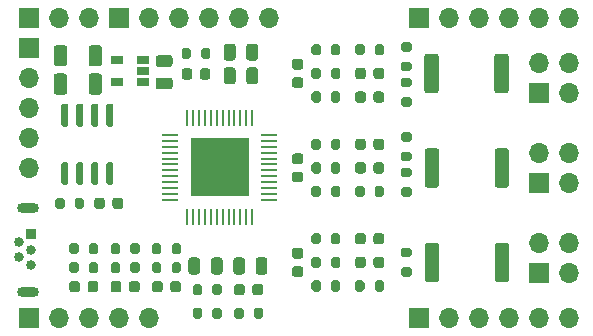
<source format=gbs>
G04 #@! TF.GenerationSoftware,KiCad,Pcbnew,8.0.4+1*
G04 #@! TF.CreationDate,2024-10-07T15:19:18+00:00*
G04 #@! TF.ProjectId,xESC2,78455343-322e-46b6-9963-61645f706362,rev?*
G04 #@! TF.SameCoordinates,Original*
G04 #@! TF.FileFunction,Soldermask,Bot*
G04 #@! TF.FilePolarity,Negative*
%FSLAX46Y46*%
G04 Gerber Fmt 4.6, Leading zero omitted, Abs format (unit mm)*
G04 Created by KiCad (PCBNEW 8.0.4+1) date 2024-10-07 15:19:18*
%MOMM*%
%LPD*%
G01*
G04 APERTURE LIST*
%ADD10R,0.840000X0.840000*%
%ADD11C,0.840000*%
%ADD12O,1.850000X0.850000*%
%ADD13R,1.700000X1.700000*%
%ADD14O,1.700000X1.700000*%
%ADD15R,0.279400X1.340599*%
%ADD16R,1.340599X0.279400*%
%ADD17R,5.003800X5.003800*%
%ADD18R,1.060000X0.650000*%
G04 APERTURE END LIST*
D10*
X231220000Y-124025000D03*
D11*
X230220000Y-124675000D03*
X231220000Y-125325000D03*
X230220000Y-125975000D03*
X231220000Y-126625000D03*
D12*
X231000000Y-121750000D03*
X231000000Y-128900000D03*
G36*
G01*
X257425000Y-124125000D02*
X257425000Y-124675000D01*
G75*
G02*
X257225000Y-124875000I-200000J0D01*
G01*
X256825000Y-124875000D01*
G75*
G02*
X256625000Y-124675000I0J200000D01*
G01*
X256625000Y-124125000D01*
G75*
G02*
X256825000Y-123925000I200000J0D01*
G01*
X257225000Y-123925000D01*
G75*
G02*
X257425000Y-124125000I0J-200000D01*
G01*
G37*
G36*
G01*
X255775000Y-124125000D02*
X255775000Y-124675000D01*
G75*
G02*
X255575000Y-124875000I-200000J0D01*
G01*
X255175000Y-124875000D01*
G75*
G02*
X254975000Y-124675000I0J200000D01*
G01*
X254975000Y-124125000D01*
G75*
G02*
X255175000Y-123925000I200000J0D01*
G01*
X255575000Y-123925000D01*
G75*
G02*
X255775000Y-124125000I0J-200000D01*
G01*
G37*
G36*
G01*
X244550000Y-127175000D02*
X244550000Y-126225000D01*
G75*
G02*
X244800000Y-125975000I250000J0D01*
G01*
X245300000Y-125975000D01*
G75*
G02*
X245550000Y-126225000I0J-250000D01*
G01*
X245550000Y-127175000D01*
G75*
G02*
X245300000Y-127425000I-250000J0D01*
G01*
X244800000Y-127425000D01*
G75*
G02*
X244550000Y-127175000I0J250000D01*
G01*
G37*
G36*
G01*
X246450000Y-127175000D02*
X246450000Y-126225000D01*
G75*
G02*
X246700000Y-125975000I250000J0D01*
G01*
X247200000Y-125975000D01*
G75*
G02*
X247450000Y-126225000I0J-250000D01*
G01*
X247450000Y-127175000D01*
G75*
G02*
X247200000Y-127425000I-250000J0D01*
G01*
X246700000Y-127425000D01*
G75*
G02*
X246450000Y-127175000I0J250000D01*
G01*
G37*
G36*
G01*
X251250000Y-126225000D02*
X251250000Y-127175000D01*
G75*
G02*
X251000000Y-127425000I-250000J0D01*
G01*
X250500000Y-127425000D01*
G75*
G02*
X250250000Y-127175000I0J250000D01*
G01*
X250250000Y-126225000D01*
G75*
G02*
X250500000Y-125975000I250000J0D01*
G01*
X251000000Y-125975000D01*
G75*
G02*
X251250000Y-126225000I0J-250000D01*
G01*
G37*
G36*
G01*
X249350000Y-126225000D02*
X249350000Y-127175000D01*
G75*
G02*
X249100000Y-127425000I-250000J0D01*
G01*
X248600000Y-127425000D01*
G75*
G02*
X248350000Y-127175000I0J250000D01*
G01*
X248350000Y-126225000D01*
G75*
G02*
X248600000Y-125975000I250000J0D01*
G01*
X249100000Y-125975000D01*
G75*
G02*
X249350000Y-126225000I0J-250000D01*
G01*
G37*
G36*
G01*
X248425000Y-128950000D02*
X248425000Y-128450000D01*
G75*
G02*
X248650000Y-128225000I225000J0D01*
G01*
X249100000Y-128225000D01*
G75*
G02*
X249325000Y-128450000I0J-225000D01*
G01*
X249325000Y-128950000D01*
G75*
G02*
X249100000Y-129175000I-225000J0D01*
G01*
X248650000Y-129175000D01*
G75*
G02*
X248425000Y-128950000I0J225000D01*
G01*
G37*
G36*
G01*
X249975000Y-128950000D02*
X249975000Y-128450000D01*
G75*
G02*
X250200000Y-128225000I225000J0D01*
G01*
X250650000Y-128225000D01*
G75*
G02*
X250875000Y-128450000I0J-225000D01*
G01*
X250875000Y-128950000D01*
G75*
G02*
X250650000Y-129175000I-225000J0D01*
G01*
X250200000Y-129175000D01*
G75*
G02*
X249975000Y-128950000I0J225000D01*
G01*
G37*
G36*
G01*
X243925000Y-128200000D02*
X243925000Y-128700000D01*
G75*
G02*
X243700000Y-128925000I-225000J0D01*
G01*
X243250000Y-128925000D01*
G75*
G02*
X243025000Y-128700000I0J225000D01*
G01*
X243025000Y-128200000D01*
G75*
G02*
X243250000Y-127975000I225000J0D01*
G01*
X243700000Y-127975000D01*
G75*
G02*
X243925000Y-128200000I0J-225000D01*
G01*
G37*
G36*
G01*
X242375000Y-128200000D02*
X242375000Y-128700000D01*
G75*
G02*
X242150000Y-128925000I-225000J0D01*
G01*
X241700000Y-128925000D01*
G75*
G02*
X241475000Y-128700000I0J225000D01*
G01*
X241475000Y-128200000D01*
G75*
G02*
X241700000Y-127975000I225000J0D01*
G01*
X242150000Y-127975000D01*
G75*
G02*
X242375000Y-128200000I0J-225000D01*
G01*
G37*
G36*
G01*
X243975000Y-110700000D02*
X243975000Y-110200000D01*
G75*
G02*
X244200000Y-109975000I225000J0D01*
G01*
X244650000Y-109975000D01*
G75*
G02*
X244875000Y-110200000I0J-225000D01*
G01*
X244875000Y-110700000D01*
G75*
G02*
X244650000Y-110925000I-225000J0D01*
G01*
X244200000Y-110925000D01*
G75*
G02*
X243975000Y-110700000I0J225000D01*
G01*
G37*
G36*
G01*
X245525000Y-110700000D02*
X245525000Y-110200000D01*
G75*
G02*
X245750000Y-109975000I225000J0D01*
G01*
X246200000Y-109975000D01*
G75*
G02*
X246425000Y-110200000I0J-225000D01*
G01*
X246425000Y-110700000D01*
G75*
G02*
X246200000Y-110925000I-225000J0D01*
G01*
X245750000Y-110925000D01*
G75*
G02*
X245525000Y-110700000I0J225000D01*
G01*
G37*
G36*
G01*
X242975000Y-111750000D02*
X242025000Y-111750000D01*
G75*
G02*
X241775000Y-111500000I0J250000D01*
G01*
X241775000Y-111000000D01*
G75*
G02*
X242025000Y-110750000I250000J0D01*
G01*
X242975000Y-110750000D01*
G75*
G02*
X243225000Y-111000000I0J-250000D01*
G01*
X243225000Y-111500000D01*
G75*
G02*
X242975000Y-111750000I-250000J0D01*
G01*
G37*
G36*
G01*
X242975000Y-109850000D02*
X242025000Y-109850000D01*
G75*
G02*
X241775000Y-109600000I0J250000D01*
G01*
X241775000Y-109100000D01*
G75*
G02*
X242025000Y-108850000I250000J0D01*
G01*
X242975000Y-108850000D01*
G75*
G02*
X243225000Y-109100000I0J-250000D01*
G01*
X243225000Y-109600000D01*
G75*
G02*
X242975000Y-109850000I-250000J0D01*
G01*
G37*
G36*
G01*
X258675000Y-116650000D02*
X258675000Y-116150000D01*
G75*
G02*
X258900000Y-115925000I225000J0D01*
G01*
X259350000Y-115925000D01*
G75*
G02*
X259575000Y-116150000I0J-225000D01*
G01*
X259575000Y-116650000D01*
G75*
G02*
X259350000Y-116875000I-225000J0D01*
G01*
X258900000Y-116875000D01*
G75*
G02*
X258675000Y-116650000I0J225000D01*
G01*
G37*
G36*
G01*
X260225000Y-116650000D02*
X260225000Y-116150000D01*
G75*
G02*
X260450000Y-115925000I225000J0D01*
G01*
X260900000Y-115925000D01*
G75*
G02*
X261125000Y-116150000I0J-225000D01*
G01*
X261125000Y-116650000D01*
G75*
G02*
X260900000Y-116875000I-225000J0D01*
G01*
X260450000Y-116875000D01*
G75*
G02*
X260225000Y-116650000I0J225000D01*
G01*
G37*
G36*
G01*
X258675000Y-112650000D02*
X258675000Y-112150000D01*
G75*
G02*
X258900000Y-111925000I225000J0D01*
G01*
X259350000Y-111925000D01*
G75*
G02*
X259575000Y-112150000I0J-225000D01*
G01*
X259575000Y-112650000D01*
G75*
G02*
X259350000Y-112875000I-225000J0D01*
G01*
X258900000Y-112875000D01*
G75*
G02*
X258675000Y-112650000I0J225000D01*
G01*
G37*
G36*
G01*
X260225000Y-112650000D02*
X260225000Y-112150000D01*
G75*
G02*
X260450000Y-111925000I225000J0D01*
G01*
X260900000Y-111925000D01*
G75*
G02*
X261125000Y-112150000I0J-225000D01*
G01*
X261125000Y-112650000D01*
G75*
G02*
X260900000Y-112875000I-225000J0D01*
G01*
X260450000Y-112875000D01*
G75*
G02*
X260225000Y-112650000I0J225000D01*
G01*
G37*
G36*
G01*
X257425000Y-118125000D02*
X257425000Y-118675000D01*
G75*
G02*
X257225000Y-118875000I-200000J0D01*
G01*
X256825000Y-118875000D01*
G75*
G02*
X256625000Y-118675000I0J200000D01*
G01*
X256625000Y-118125000D01*
G75*
G02*
X256825000Y-117925000I200000J0D01*
G01*
X257225000Y-117925000D01*
G75*
G02*
X257425000Y-118125000I0J-200000D01*
G01*
G37*
G36*
G01*
X255775000Y-118125000D02*
X255775000Y-118675000D01*
G75*
G02*
X255575000Y-118875000I-200000J0D01*
G01*
X255175000Y-118875000D01*
G75*
G02*
X254975000Y-118675000I0J200000D01*
G01*
X254975000Y-118125000D01*
G75*
G02*
X255175000Y-117925000I200000J0D01*
G01*
X255575000Y-117925000D01*
G75*
G02*
X255775000Y-118125000I0J-200000D01*
G01*
G37*
G36*
G01*
X257425000Y-120125000D02*
X257425000Y-120675000D01*
G75*
G02*
X257225000Y-120875000I-200000J0D01*
G01*
X256825000Y-120875000D01*
G75*
G02*
X256625000Y-120675000I0J200000D01*
G01*
X256625000Y-120125000D01*
G75*
G02*
X256825000Y-119925000I200000J0D01*
G01*
X257225000Y-119925000D01*
G75*
G02*
X257425000Y-120125000I0J-200000D01*
G01*
G37*
G36*
G01*
X255775000Y-120125000D02*
X255775000Y-120675000D01*
G75*
G02*
X255575000Y-120875000I-200000J0D01*
G01*
X255175000Y-120875000D01*
G75*
G02*
X254975000Y-120675000I0J200000D01*
G01*
X254975000Y-120125000D01*
G75*
G02*
X255175000Y-119925000I200000J0D01*
G01*
X255575000Y-119925000D01*
G75*
G02*
X255775000Y-120125000I0J-200000D01*
G01*
G37*
G36*
G01*
X240425000Y-128200000D02*
X240425000Y-128700000D01*
G75*
G02*
X240200000Y-128925000I-225000J0D01*
G01*
X239750000Y-128925000D01*
G75*
G02*
X239525000Y-128700000I0J225000D01*
G01*
X239525000Y-128200000D01*
G75*
G02*
X239750000Y-127975000I225000J0D01*
G01*
X240200000Y-127975000D01*
G75*
G02*
X240425000Y-128200000I0J-225000D01*
G01*
G37*
G36*
G01*
X238875000Y-128200000D02*
X238875000Y-128700000D01*
G75*
G02*
X238650000Y-128925000I-225000J0D01*
G01*
X238200000Y-128925000D01*
G75*
G02*
X237975000Y-128700000I0J225000D01*
G01*
X237975000Y-128200000D01*
G75*
G02*
X238200000Y-127975000I225000J0D01*
G01*
X238650000Y-127975000D01*
G75*
G02*
X238875000Y-128200000I0J-225000D01*
G01*
G37*
G36*
G01*
X271712500Y-116974999D02*
X271712500Y-119825001D01*
G75*
G02*
X271462501Y-120075000I-249999J0D01*
G01*
X270737499Y-120075000D01*
G75*
G02*
X270487500Y-119825001I0J249999D01*
G01*
X270487500Y-116974999D01*
G75*
G02*
X270737499Y-116725000I249999J0D01*
G01*
X271462501Y-116725000D01*
G75*
G02*
X271712500Y-116974999I0J-249999D01*
G01*
G37*
G36*
G01*
X265787500Y-116974999D02*
X265787500Y-119825001D01*
G75*
G02*
X265537501Y-120075000I-249999J0D01*
G01*
X264812499Y-120075000D01*
G75*
G02*
X264562500Y-119825001I0J249999D01*
G01*
X264562500Y-116974999D01*
G75*
G02*
X264812499Y-116725000I249999J0D01*
G01*
X265537501Y-116725000D01*
G75*
G02*
X265787500Y-116974999I0J-249999D01*
G01*
G37*
G36*
G01*
X236925000Y-128200000D02*
X236925000Y-128700000D01*
G75*
G02*
X236700000Y-128925000I-225000J0D01*
G01*
X236250000Y-128925000D01*
G75*
G02*
X236025000Y-128700000I0J225000D01*
G01*
X236025000Y-128200000D01*
G75*
G02*
X236250000Y-127975000I225000J0D01*
G01*
X236700000Y-127975000D01*
G75*
G02*
X236925000Y-128200000I0J-225000D01*
G01*
G37*
G36*
G01*
X235375000Y-128200000D02*
X235375000Y-128700000D01*
G75*
G02*
X235150000Y-128925000I-225000J0D01*
G01*
X234700000Y-128925000D01*
G75*
G02*
X234475000Y-128700000I0J225000D01*
G01*
X234475000Y-128200000D01*
G75*
G02*
X234700000Y-127975000I225000J0D01*
G01*
X235150000Y-127975000D01*
G75*
G02*
X235375000Y-128200000I0J-225000D01*
G01*
G37*
G36*
G01*
X257425000Y-116125000D02*
X257425000Y-116675000D01*
G75*
G02*
X257225000Y-116875000I-200000J0D01*
G01*
X256825000Y-116875000D01*
G75*
G02*
X256625000Y-116675000I0J200000D01*
G01*
X256625000Y-116125000D01*
G75*
G02*
X256825000Y-115925000I200000J0D01*
G01*
X257225000Y-115925000D01*
G75*
G02*
X257425000Y-116125000I0J-200000D01*
G01*
G37*
G36*
G01*
X255775000Y-116125000D02*
X255775000Y-116675000D01*
G75*
G02*
X255575000Y-116875000I-200000J0D01*
G01*
X255175000Y-116875000D01*
G75*
G02*
X254975000Y-116675000I0J200000D01*
G01*
X254975000Y-116125000D01*
G75*
G02*
X255175000Y-115925000I200000J0D01*
G01*
X255575000Y-115925000D01*
G75*
G02*
X255775000Y-116125000I0J-200000D01*
G01*
G37*
G36*
G01*
X257425000Y-110125000D02*
X257425000Y-110675000D01*
G75*
G02*
X257225000Y-110875000I-200000J0D01*
G01*
X256825000Y-110875000D01*
G75*
G02*
X256625000Y-110675000I0J200000D01*
G01*
X256625000Y-110125000D01*
G75*
G02*
X256825000Y-109925000I200000J0D01*
G01*
X257225000Y-109925000D01*
G75*
G02*
X257425000Y-110125000I0J-200000D01*
G01*
G37*
G36*
G01*
X255775000Y-110125000D02*
X255775000Y-110675000D01*
G75*
G02*
X255575000Y-110875000I-200000J0D01*
G01*
X255175000Y-110875000D01*
G75*
G02*
X254975000Y-110675000I0J200000D01*
G01*
X254975000Y-110125000D01*
G75*
G02*
X255175000Y-109925000I200000J0D01*
G01*
X255575000Y-109925000D01*
G75*
G02*
X255775000Y-110125000I0J-200000D01*
G01*
G37*
G36*
G01*
X257425000Y-108125000D02*
X257425000Y-108675000D01*
G75*
G02*
X257225000Y-108875000I-200000J0D01*
G01*
X256825000Y-108875000D01*
G75*
G02*
X256625000Y-108675000I0J200000D01*
G01*
X256625000Y-108125000D01*
G75*
G02*
X256825000Y-107925000I200000J0D01*
G01*
X257225000Y-107925000D01*
G75*
G02*
X257425000Y-108125000I0J-200000D01*
G01*
G37*
G36*
G01*
X255775000Y-108125000D02*
X255775000Y-108675000D01*
G75*
G02*
X255575000Y-108875000I-200000J0D01*
G01*
X255175000Y-108875000D01*
G75*
G02*
X254975000Y-108675000I0J200000D01*
G01*
X254975000Y-108125000D01*
G75*
G02*
X255175000Y-107925000I200000J0D01*
G01*
X255575000Y-107925000D01*
G75*
G02*
X255775000Y-108125000I0J-200000D01*
G01*
G37*
G36*
G01*
X271675000Y-108974999D02*
X271675000Y-111825001D01*
G75*
G02*
X271425001Y-112075000I-249999J0D01*
G01*
X270699999Y-112075000D01*
G75*
G02*
X270450000Y-111825001I0J249999D01*
G01*
X270450000Y-108974999D01*
G75*
G02*
X270699999Y-108725000I249999J0D01*
G01*
X271425001Y-108725000D01*
G75*
G02*
X271675000Y-108974999I0J-249999D01*
G01*
G37*
G36*
G01*
X265750000Y-108974999D02*
X265750000Y-111825001D01*
G75*
G02*
X265500001Y-112075000I-249999J0D01*
G01*
X264774999Y-112075000D01*
G75*
G02*
X264525000Y-111825001I0J249999D01*
G01*
X264525000Y-108974999D01*
G75*
G02*
X264774999Y-108725000I249999J0D01*
G01*
X265500001Y-108725000D01*
G75*
G02*
X265750000Y-108974999I0J-249999D01*
G01*
G37*
G36*
G01*
X244925000Y-128975000D02*
X244925000Y-128425000D01*
G75*
G02*
X245125000Y-128225000I200000J0D01*
G01*
X245525000Y-128225000D01*
G75*
G02*
X245725000Y-128425000I0J-200000D01*
G01*
X245725000Y-128975000D01*
G75*
G02*
X245525000Y-129175000I-200000J0D01*
G01*
X245125000Y-129175000D01*
G75*
G02*
X244925000Y-128975000I0J200000D01*
G01*
G37*
G36*
G01*
X246575000Y-128975000D02*
X246575000Y-128425000D01*
G75*
G02*
X246775000Y-128225000I200000J0D01*
G01*
X247175000Y-128225000D01*
G75*
G02*
X247375000Y-128425000I0J-200000D01*
G01*
X247375000Y-128975000D01*
G75*
G02*
X247175000Y-129175000I-200000J0D01*
G01*
X246775000Y-129175000D01*
G75*
G02*
X246575000Y-128975000I0J200000D01*
G01*
G37*
G36*
G01*
X248425000Y-130975000D02*
X248425000Y-130425000D01*
G75*
G02*
X248625000Y-130225000I200000J0D01*
G01*
X249025000Y-130225000D01*
G75*
G02*
X249225000Y-130425000I0J-200000D01*
G01*
X249225000Y-130975000D01*
G75*
G02*
X249025000Y-131175000I-200000J0D01*
G01*
X248625000Y-131175000D01*
G75*
G02*
X248425000Y-130975000I0J200000D01*
G01*
G37*
G36*
G01*
X250075000Y-130975000D02*
X250075000Y-130425000D01*
G75*
G02*
X250275000Y-130225000I200000J0D01*
G01*
X250675000Y-130225000D01*
G75*
G02*
X250875000Y-130425000I0J-200000D01*
G01*
X250875000Y-130975000D01*
G75*
G02*
X250675000Y-131175000I-200000J0D01*
G01*
X250275000Y-131175000D01*
G75*
G02*
X250075000Y-130975000I0J200000D01*
G01*
G37*
G36*
G01*
X244925000Y-130975000D02*
X244925000Y-130425000D01*
G75*
G02*
X245125000Y-130225000I200000J0D01*
G01*
X245525000Y-130225000D01*
G75*
G02*
X245725000Y-130425000I0J-200000D01*
G01*
X245725000Y-130975000D01*
G75*
G02*
X245525000Y-131175000I-200000J0D01*
G01*
X245125000Y-131175000D01*
G75*
G02*
X244925000Y-130975000I0J200000D01*
G01*
G37*
G36*
G01*
X246575000Y-130975000D02*
X246575000Y-130425000D01*
G75*
G02*
X246775000Y-130225000I200000J0D01*
G01*
X247175000Y-130225000D01*
G75*
G02*
X247375000Y-130425000I0J-200000D01*
G01*
X247375000Y-130975000D01*
G75*
G02*
X247175000Y-131175000I-200000J0D01*
G01*
X246775000Y-131175000D01*
G75*
G02*
X246575000Y-130975000I0J200000D01*
G01*
G37*
G36*
G01*
X241475000Y-125525000D02*
X241475000Y-124975000D01*
G75*
G02*
X241675000Y-124775000I200000J0D01*
G01*
X242075000Y-124775000D01*
G75*
G02*
X242275000Y-124975000I0J-200000D01*
G01*
X242275000Y-125525000D01*
G75*
G02*
X242075000Y-125725000I-200000J0D01*
G01*
X241675000Y-125725000D01*
G75*
G02*
X241475000Y-125525000I0J200000D01*
G01*
G37*
G36*
G01*
X243125000Y-125525000D02*
X243125000Y-124975000D01*
G75*
G02*
X243325000Y-124775000I200000J0D01*
G01*
X243725000Y-124775000D01*
G75*
G02*
X243925000Y-124975000I0J-200000D01*
G01*
X243925000Y-125525000D01*
G75*
G02*
X243725000Y-125725000I-200000J0D01*
G01*
X243325000Y-125725000D01*
G75*
G02*
X243125000Y-125525000I0J200000D01*
G01*
G37*
G36*
G01*
X243925000Y-126575000D02*
X243925000Y-127125000D01*
G75*
G02*
X243725000Y-127325000I-200000J0D01*
G01*
X243325000Y-127325000D01*
G75*
G02*
X243125000Y-127125000I0J200000D01*
G01*
X243125000Y-126575000D01*
G75*
G02*
X243325000Y-126375000I200000J0D01*
G01*
X243725000Y-126375000D01*
G75*
G02*
X243925000Y-126575000I0J-200000D01*
G01*
G37*
G36*
G01*
X242275000Y-126575000D02*
X242275000Y-127125000D01*
G75*
G02*
X242075000Y-127325000I-200000J0D01*
G01*
X241675000Y-127325000D01*
G75*
G02*
X241475000Y-127125000I0J200000D01*
G01*
X241475000Y-126575000D01*
G75*
G02*
X241675000Y-126375000I200000J0D01*
G01*
X242075000Y-126375000D01*
G75*
G02*
X242275000Y-126575000I0J-200000D01*
G01*
G37*
G36*
G01*
X237975000Y-125525000D02*
X237975000Y-124975000D01*
G75*
G02*
X238175000Y-124775000I200000J0D01*
G01*
X238575000Y-124775000D01*
G75*
G02*
X238775000Y-124975000I0J-200000D01*
G01*
X238775000Y-125525000D01*
G75*
G02*
X238575000Y-125725000I-200000J0D01*
G01*
X238175000Y-125725000D01*
G75*
G02*
X237975000Y-125525000I0J200000D01*
G01*
G37*
G36*
G01*
X239625000Y-125525000D02*
X239625000Y-124975000D01*
G75*
G02*
X239825000Y-124775000I200000J0D01*
G01*
X240225000Y-124775000D01*
G75*
G02*
X240425000Y-124975000I0J-200000D01*
G01*
X240425000Y-125525000D01*
G75*
G02*
X240225000Y-125725000I-200000J0D01*
G01*
X239825000Y-125725000D01*
G75*
G02*
X239625000Y-125525000I0J200000D01*
G01*
G37*
G36*
G01*
X240425000Y-126575000D02*
X240425000Y-127125000D01*
G75*
G02*
X240225000Y-127325000I-200000J0D01*
G01*
X239825000Y-127325000D01*
G75*
G02*
X239625000Y-127125000I0J200000D01*
G01*
X239625000Y-126575000D01*
G75*
G02*
X239825000Y-126375000I200000J0D01*
G01*
X240225000Y-126375000D01*
G75*
G02*
X240425000Y-126575000I0J-200000D01*
G01*
G37*
G36*
G01*
X238775000Y-126575000D02*
X238775000Y-127125000D01*
G75*
G02*
X238575000Y-127325000I-200000J0D01*
G01*
X238175000Y-127325000D01*
G75*
G02*
X237975000Y-127125000I0J200000D01*
G01*
X237975000Y-126575000D01*
G75*
G02*
X238175000Y-126375000I200000J0D01*
G01*
X238575000Y-126375000D01*
G75*
G02*
X238775000Y-126575000I0J-200000D01*
G01*
G37*
G36*
G01*
X234475000Y-125525000D02*
X234475000Y-124975000D01*
G75*
G02*
X234675000Y-124775000I200000J0D01*
G01*
X235075000Y-124775000D01*
G75*
G02*
X235275000Y-124975000I0J-200000D01*
G01*
X235275000Y-125525000D01*
G75*
G02*
X235075000Y-125725000I-200000J0D01*
G01*
X234675000Y-125725000D01*
G75*
G02*
X234475000Y-125525000I0J200000D01*
G01*
G37*
G36*
G01*
X236125000Y-125525000D02*
X236125000Y-124975000D01*
G75*
G02*
X236325000Y-124775000I200000J0D01*
G01*
X236725000Y-124775000D01*
G75*
G02*
X236925000Y-124975000I0J-200000D01*
G01*
X236925000Y-125525000D01*
G75*
G02*
X236725000Y-125725000I-200000J0D01*
G01*
X236325000Y-125725000D01*
G75*
G02*
X236125000Y-125525000I0J200000D01*
G01*
G37*
G36*
G01*
X236925000Y-126575000D02*
X236925000Y-127125000D01*
G75*
G02*
X236725000Y-127325000I-200000J0D01*
G01*
X236325000Y-127325000D01*
G75*
G02*
X236125000Y-127125000I0J200000D01*
G01*
X236125000Y-126575000D01*
G75*
G02*
X236325000Y-126375000I200000J0D01*
G01*
X236725000Y-126375000D01*
G75*
G02*
X236925000Y-126575000I0J-200000D01*
G01*
G37*
G36*
G01*
X235275000Y-126575000D02*
X235275000Y-127125000D01*
G75*
G02*
X235075000Y-127325000I-200000J0D01*
G01*
X234675000Y-127325000D01*
G75*
G02*
X234475000Y-127125000I0J200000D01*
G01*
X234475000Y-126575000D01*
G75*
G02*
X234675000Y-126375000I200000J0D01*
G01*
X235075000Y-126375000D01*
G75*
G02*
X235275000Y-126575000I0J-200000D01*
G01*
G37*
G36*
G01*
X243975000Y-108975000D02*
X243975000Y-108425000D01*
G75*
G02*
X244175000Y-108225000I200000J0D01*
G01*
X244575000Y-108225000D01*
G75*
G02*
X244775000Y-108425000I0J-200000D01*
G01*
X244775000Y-108975000D01*
G75*
G02*
X244575000Y-109175000I-200000J0D01*
G01*
X244175000Y-109175000D01*
G75*
G02*
X243975000Y-108975000I0J200000D01*
G01*
G37*
G36*
G01*
X245625000Y-108975000D02*
X245625000Y-108425000D01*
G75*
G02*
X245825000Y-108225000I200000J0D01*
G01*
X246225000Y-108225000D01*
G75*
G02*
X246425000Y-108425000I0J-200000D01*
G01*
X246425000Y-108975000D01*
G75*
G02*
X246225000Y-109175000I-200000J0D01*
G01*
X245825000Y-109175000D01*
G75*
G02*
X245625000Y-108975000I0J200000D01*
G01*
G37*
G36*
G01*
X257425000Y-128125000D02*
X257425000Y-128675000D01*
G75*
G02*
X257225000Y-128875000I-200000J0D01*
G01*
X256825000Y-128875000D01*
G75*
G02*
X256625000Y-128675000I0J200000D01*
G01*
X256625000Y-128125000D01*
G75*
G02*
X256825000Y-127925000I200000J0D01*
G01*
X257225000Y-127925000D01*
G75*
G02*
X257425000Y-128125000I0J-200000D01*
G01*
G37*
G36*
G01*
X255775000Y-128125000D02*
X255775000Y-128675000D01*
G75*
G02*
X255575000Y-128875000I-200000J0D01*
G01*
X255175000Y-128875000D01*
G75*
G02*
X254975000Y-128675000I0J200000D01*
G01*
X254975000Y-128125000D01*
G75*
G02*
X255175000Y-127925000I200000J0D01*
G01*
X255575000Y-127925000D01*
G75*
G02*
X255775000Y-128125000I0J-200000D01*
G01*
G37*
G36*
G01*
X271712500Y-124974999D02*
X271712500Y-127825001D01*
G75*
G02*
X271462501Y-128075000I-249999J0D01*
G01*
X270737499Y-128075000D01*
G75*
G02*
X270487500Y-127825001I0J249999D01*
G01*
X270487500Y-124974999D01*
G75*
G02*
X270737499Y-124725000I249999J0D01*
G01*
X271462501Y-124725000D01*
G75*
G02*
X271712500Y-124974999I0J-249999D01*
G01*
G37*
G36*
G01*
X265787500Y-124974999D02*
X265787500Y-127825001D01*
G75*
G02*
X265537501Y-128075000I-249999J0D01*
G01*
X264812499Y-128075000D01*
G75*
G02*
X264562500Y-127825001I0J249999D01*
G01*
X264562500Y-124974999D01*
G75*
G02*
X264812499Y-124725000I249999J0D01*
G01*
X265537501Y-124725000D01*
G75*
G02*
X265787500Y-124974999I0J-249999D01*
G01*
G37*
G36*
G01*
X250450000Y-110125000D02*
X250450000Y-111075000D01*
G75*
G02*
X250200000Y-111325000I-250000J0D01*
G01*
X249700000Y-111325000D01*
G75*
G02*
X249450000Y-111075000I0J250000D01*
G01*
X249450000Y-110125000D01*
G75*
G02*
X249700000Y-109875000I250000J0D01*
G01*
X250200000Y-109875000D01*
G75*
G02*
X250450000Y-110125000I0J-250000D01*
G01*
G37*
G36*
G01*
X248550000Y-110125000D02*
X248550000Y-111075000D01*
G75*
G02*
X248300000Y-111325000I-250000J0D01*
G01*
X247800000Y-111325000D01*
G75*
G02*
X247550000Y-111075000I0J250000D01*
G01*
X247550000Y-110125000D01*
G75*
G02*
X247800000Y-109875000I250000J0D01*
G01*
X248300000Y-109875000D01*
G75*
G02*
X248550000Y-110125000I0J-250000D01*
G01*
G37*
G36*
G01*
X247550000Y-109075000D02*
X247550000Y-108125000D01*
G75*
G02*
X247800000Y-107875000I250000J0D01*
G01*
X248300000Y-107875000D01*
G75*
G02*
X248550000Y-108125000I0J-250000D01*
G01*
X248550000Y-109075000D01*
G75*
G02*
X248300000Y-109325000I-250000J0D01*
G01*
X247800000Y-109325000D01*
G75*
G02*
X247550000Y-109075000I0J250000D01*
G01*
G37*
G36*
G01*
X249450000Y-109075000D02*
X249450000Y-108125000D01*
G75*
G02*
X249700000Y-107875000I250000J0D01*
G01*
X250200000Y-107875000D01*
G75*
G02*
X250450000Y-108125000I0J-250000D01*
G01*
X250450000Y-109075000D01*
G75*
G02*
X250200000Y-109325000I-250000J0D01*
G01*
X249700000Y-109325000D01*
G75*
G02*
X249450000Y-109075000I0J250000D01*
G01*
G37*
G36*
G01*
X261125000Y-126150000D02*
X261125000Y-126650000D01*
G75*
G02*
X260900000Y-126875000I-225000J0D01*
G01*
X260450000Y-126875000D01*
G75*
G02*
X260225000Y-126650000I0J225000D01*
G01*
X260225000Y-126150000D01*
G75*
G02*
X260450000Y-125925000I225000J0D01*
G01*
X260900000Y-125925000D01*
G75*
G02*
X261125000Y-126150000I0J-225000D01*
G01*
G37*
G36*
G01*
X259575000Y-126150000D02*
X259575000Y-126650000D01*
G75*
G02*
X259350000Y-126875000I-225000J0D01*
G01*
X258900000Y-126875000D01*
G75*
G02*
X258675000Y-126650000I0J225000D01*
G01*
X258675000Y-126150000D01*
G75*
G02*
X258900000Y-125925000I225000J0D01*
G01*
X259350000Y-125925000D01*
G75*
G02*
X259575000Y-126150000I0J-225000D01*
G01*
G37*
G36*
G01*
X261125000Y-118150000D02*
X261125000Y-118650000D01*
G75*
G02*
X260900000Y-118875000I-225000J0D01*
G01*
X260450000Y-118875000D01*
G75*
G02*
X260225000Y-118650000I0J225000D01*
G01*
X260225000Y-118150000D01*
G75*
G02*
X260450000Y-117925000I225000J0D01*
G01*
X260900000Y-117925000D01*
G75*
G02*
X261125000Y-118150000I0J-225000D01*
G01*
G37*
G36*
G01*
X259575000Y-118150000D02*
X259575000Y-118650000D01*
G75*
G02*
X259350000Y-118875000I-225000J0D01*
G01*
X258900000Y-118875000D01*
G75*
G02*
X258675000Y-118650000I0J225000D01*
G01*
X258675000Y-118150000D01*
G75*
G02*
X258900000Y-117925000I225000J0D01*
G01*
X259350000Y-117925000D01*
G75*
G02*
X259575000Y-118150000I0J-225000D01*
G01*
G37*
G36*
G01*
X262725000Y-118375000D02*
X263275000Y-118375000D01*
G75*
G02*
X263475000Y-118575000I0J-200000D01*
G01*
X263475000Y-118975000D01*
G75*
G02*
X263275000Y-119175000I-200000J0D01*
G01*
X262725000Y-119175000D01*
G75*
G02*
X262525000Y-118975000I0J200000D01*
G01*
X262525000Y-118575000D01*
G75*
G02*
X262725000Y-118375000I200000J0D01*
G01*
G37*
G36*
G01*
X262725000Y-120025000D02*
X263275000Y-120025000D01*
G75*
G02*
X263475000Y-120225000I0J-200000D01*
G01*
X263475000Y-120625000D01*
G75*
G02*
X263275000Y-120825000I-200000J0D01*
G01*
X262725000Y-120825000D01*
G75*
G02*
X262525000Y-120625000I0J200000D01*
G01*
X262525000Y-120225000D01*
G75*
G02*
X262725000Y-120025000I200000J0D01*
G01*
G37*
G36*
G01*
X261125000Y-110150000D02*
X261125000Y-110650000D01*
G75*
G02*
X260900000Y-110875000I-225000J0D01*
G01*
X260450000Y-110875000D01*
G75*
G02*
X260225000Y-110650000I0J225000D01*
G01*
X260225000Y-110150000D01*
G75*
G02*
X260450000Y-109925000I225000J0D01*
G01*
X260900000Y-109925000D01*
G75*
G02*
X261125000Y-110150000I0J-225000D01*
G01*
G37*
G36*
G01*
X259575000Y-110150000D02*
X259575000Y-110650000D01*
G75*
G02*
X259350000Y-110875000I-225000J0D01*
G01*
X258900000Y-110875000D01*
G75*
G02*
X258675000Y-110650000I0J225000D01*
G01*
X258675000Y-110150000D01*
G75*
G02*
X258900000Y-109925000I225000J0D01*
G01*
X259350000Y-109925000D01*
G75*
G02*
X259575000Y-110150000I0J-225000D01*
G01*
G37*
G36*
G01*
X261125000Y-128125000D02*
X261125000Y-128675000D01*
G75*
G02*
X260925000Y-128875000I-200000J0D01*
G01*
X260525000Y-128875000D01*
G75*
G02*
X260325000Y-128675000I0J200000D01*
G01*
X260325000Y-128125000D01*
G75*
G02*
X260525000Y-127925000I200000J0D01*
G01*
X260925000Y-127925000D01*
G75*
G02*
X261125000Y-128125000I0J-200000D01*
G01*
G37*
G36*
G01*
X259475000Y-128125000D02*
X259475000Y-128675000D01*
G75*
G02*
X259275000Y-128875000I-200000J0D01*
G01*
X258875000Y-128875000D01*
G75*
G02*
X258675000Y-128675000I0J200000D01*
G01*
X258675000Y-128125000D01*
G75*
G02*
X258875000Y-127925000I200000J0D01*
G01*
X259275000Y-127925000D01*
G75*
G02*
X259475000Y-128125000I0J-200000D01*
G01*
G37*
G36*
G01*
X261125000Y-108125000D02*
X261125000Y-108675000D01*
G75*
G02*
X260925000Y-108875000I-200000J0D01*
G01*
X260525000Y-108875000D01*
G75*
G02*
X260325000Y-108675000I0J200000D01*
G01*
X260325000Y-108125000D01*
G75*
G02*
X260525000Y-107925000I200000J0D01*
G01*
X260925000Y-107925000D01*
G75*
G02*
X261125000Y-108125000I0J-200000D01*
G01*
G37*
G36*
G01*
X259475000Y-108125000D02*
X259475000Y-108675000D01*
G75*
G02*
X259275000Y-108875000I-200000J0D01*
G01*
X258875000Y-108875000D01*
G75*
G02*
X258675000Y-108675000I0J200000D01*
G01*
X258675000Y-108125000D01*
G75*
G02*
X258875000Y-107925000I200000J0D01*
G01*
X259275000Y-107925000D01*
G75*
G02*
X259475000Y-108125000I0J-200000D01*
G01*
G37*
G36*
G01*
X262725000Y-125175000D02*
X263275000Y-125175000D01*
G75*
G02*
X263475000Y-125375000I0J-200000D01*
G01*
X263475000Y-125775000D01*
G75*
G02*
X263275000Y-125975000I-200000J0D01*
G01*
X262725000Y-125975000D01*
G75*
G02*
X262525000Y-125775000I0J200000D01*
G01*
X262525000Y-125375000D01*
G75*
G02*
X262725000Y-125175000I200000J0D01*
G01*
G37*
G36*
G01*
X262725000Y-126825000D02*
X263275000Y-126825000D01*
G75*
G02*
X263475000Y-127025000I0J-200000D01*
G01*
X263475000Y-127425000D01*
G75*
G02*
X263275000Y-127625000I-200000J0D01*
G01*
X262725000Y-127625000D01*
G75*
G02*
X262525000Y-127425000I0J200000D01*
G01*
X262525000Y-127025000D01*
G75*
G02*
X262725000Y-126825000I200000J0D01*
G01*
G37*
G36*
G01*
X261125000Y-120125000D02*
X261125000Y-120675000D01*
G75*
G02*
X260925000Y-120875000I-200000J0D01*
G01*
X260525000Y-120875000D01*
G75*
G02*
X260325000Y-120675000I0J200000D01*
G01*
X260325000Y-120125000D01*
G75*
G02*
X260525000Y-119925000I200000J0D01*
G01*
X260925000Y-119925000D01*
G75*
G02*
X261125000Y-120125000I0J-200000D01*
G01*
G37*
G36*
G01*
X259475000Y-120125000D02*
X259475000Y-120675000D01*
G75*
G02*
X259275000Y-120875000I-200000J0D01*
G01*
X258875000Y-120875000D01*
G75*
G02*
X258675000Y-120675000I0J200000D01*
G01*
X258675000Y-120125000D01*
G75*
G02*
X258875000Y-119925000I200000J0D01*
G01*
X259275000Y-119925000D01*
G75*
G02*
X259475000Y-120125000I0J-200000D01*
G01*
G37*
G36*
G01*
X237250000Y-108249999D02*
X237250000Y-109550001D01*
G75*
G02*
X237000001Y-109800000I-249999J0D01*
G01*
X236349999Y-109800000D01*
G75*
G02*
X236100000Y-109550001I0J249999D01*
G01*
X236100000Y-108249999D01*
G75*
G02*
X236349999Y-108000000I249999J0D01*
G01*
X237000001Y-108000000D01*
G75*
G02*
X237250000Y-108249999I0J-249999D01*
G01*
G37*
G36*
G01*
X234300000Y-108249999D02*
X234300000Y-109550001D01*
G75*
G02*
X234050001Y-109800000I-249999J0D01*
G01*
X233399999Y-109800000D01*
G75*
G02*
X233150000Y-109550001I0J249999D01*
G01*
X233150000Y-108249999D01*
G75*
G02*
X233399999Y-108000000I249999J0D01*
G01*
X234050001Y-108000000D01*
G75*
G02*
X234300000Y-108249999I0J-249999D01*
G01*
G37*
G36*
G01*
X237250000Y-110649999D02*
X237250000Y-111950001D01*
G75*
G02*
X237000001Y-112200000I-249999J0D01*
G01*
X236349999Y-112200000D01*
G75*
G02*
X236100000Y-111950001I0J249999D01*
G01*
X236100000Y-110649999D01*
G75*
G02*
X236349999Y-110400000I249999J0D01*
G01*
X237000001Y-110400000D01*
G75*
G02*
X237250000Y-110649999I0J-249999D01*
G01*
G37*
G36*
G01*
X234300000Y-110649999D02*
X234300000Y-111950001D01*
G75*
G02*
X234050001Y-112200000I-249999J0D01*
G01*
X233399999Y-112200000D01*
G75*
G02*
X233150000Y-111950001I0J249999D01*
G01*
X233150000Y-110649999D01*
G75*
G02*
X233399999Y-110400000I249999J0D01*
G01*
X234050001Y-110400000D01*
G75*
G02*
X234300000Y-110649999I0J-249999D01*
G01*
G37*
D13*
X231060000Y-108240000D03*
D14*
X231060000Y-110780000D03*
X231060000Y-113320000D03*
X231060000Y-115860000D03*
X231060000Y-118400000D03*
D13*
X231060000Y-105700000D03*
D14*
X233600000Y-105700000D03*
X236140000Y-105700000D03*
G36*
G01*
X253550000Y-117175000D02*
X254050000Y-117175000D01*
G75*
G02*
X254275000Y-117400000I0J-225000D01*
G01*
X254275000Y-117850000D01*
G75*
G02*
X254050000Y-118075000I-225000J0D01*
G01*
X253550000Y-118075000D01*
G75*
G02*
X253325000Y-117850000I0J225000D01*
G01*
X253325000Y-117400000D01*
G75*
G02*
X253550000Y-117175000I225000J0D01*
G01*
G37*
G36*
G01*
X253550000Y-118725000D02*
X254050000Y-118725000D01*
G75*
G02*
X254275000Y-118950000I0J-225000D01*
G01*
X254275000Y-119400000D01*
G75*
G02*
X254050000Y-119625000I-225000J0D01*
G01*
X253550000Y-119625000D01*
G75*
G02*
X253325000Y-119400000I0J225000D01*
G01*
X253325000Y-118950000D01*
G75*
G02*
X253550000Y-118725000I225000J0D01*
G01*
G37*
G36*
G01*
X253550000Y-125175000D02*
X254050000Y-125175000D01*
G75*
G02*
X254275000Y-125400000I0J-225000D01*
G01*
X254275000Y-125850000D01*
G75*
G02*
X254050000Y-126075000I-225000J0D01*
G01*
X253550000Y-126075000D01*
G75*
G02*
X253325000Y-125850000I0J225000D01*
G01*
X253325000Y-125400000D01*
G75*
G02*
X253550000Y-125175000I225000J0D01*
G01*
G37*
G36*
G01*
X253550000Y-126725000D02*
X254050000Y-126725000D01*
G75*
G02*
X254275000Y-126950000I0J-225000D01*
G01*
X254275000Y-127400000D01*
G75*
G02*
X254050000Y-127625000I-225000J0D01*
G01*
X253550000Y-127625000D01*
G75*
G02*
X253325000Y-127400000I0J225000D01*
G01*
X253325000Y-126950000D01*
G75*
G02*
X253550000Y-126725000I225000J0D01*
G01*
G37*
G36*
G01*
X254050000Y-111625000D02*
X253550000Y-111625000D01*
G75*
G02*
X253325000Y-111400000I0J225000D01*
G01*
X253325000Y-110950000D01*
G75*
G02*
X253550000Y-110725000I225000J0D01*
G01*
X254050000Y-110725000D01*
G75*
G02*
X254275000Y-110950000I0J-225000D01*
G01*
X254275000Y-111400000D01*
G75*
G02*
X254050000Y-111625000I-225000J0D01*
G01*
G37*
G36*
G01*
X254050000Y-110075000D02*
X253550000Y-110075000D01*
G75*
G02*
X253325000Y-109850000I0J225000D01*
G01*
X253325000Y-109400000D01*
G75*
G02*
X253550000Y-109175000I225000J0D01*
G01*
X254050000Y-109175000D01*
G75*
G02*
X254275000Y-109400000I0J-225000D01*
G01*
X254275000Y-109850000D01*
G75*
G02*
X254050000Y-110075000I-225000J0D01*
G01*
G37*
D15*
X249950000Y-122525501D03*
X249450001Y-122525501D03*
X248949999Y-122525501D03*
X248450000Y-122525501D03*
X247950001Y-122525501D03*
X247450000Y-122525501D03*
X246950000Y-122525501D03*
X246449999Y-122525501D03*
X245950000Y-122525501D03*
X245450001Y-122525501D03*
X244949999Y-122525501D03*
X244450000Y-122525501D03*
D16*
X243024499Y-121100000D03*
X243024499Y-120600001D03*
X243024499Y-120099999D03*
X243024499Y-119600000D03*
X243024499Y-119100001D03*
X243024499Y-118600000D03*
X243024499Y-118100000D03*
X243024499Y-117599999D03*
X243024499Y-117100000D03*
X243024499Y-116600001D03*
X243024499Y-116099999D03*
X243024499Y-115600000D03*
D15*
X244450000Y-114174499D03*
X244949999Y-114174499D03*
X245450001Y-114174499D03*
X245950000Y-114174499D03*
X246449999Y-114174499D03*
X246950000Y-114174499D03*
X247450000Y-114174499D03*
X247950001Y-114174499D03*
X248450000Y-114174499D03*
X248949999Y-114174499D03*
X249450001Y-114174499D03*
X249950000Y-114174499D03*
D16*
X251375501Y-115600000D03*
X251375501Y-116099999D03*
X251375501Y-116600001D03*
X251375501Y-117100000D03*
X251375501Y-117599999D03*
X251375501Y-118100000D03*
X251375501Y-118600000D03*
X251375501Y-119100001D03*
X251375501Y-119600000D03*
X251375501Y-120099999D03*
X251375501Y-120600001D03*
X251375501Y-121100000D03*
D17*
X247200000Y-118350000D03*
G36*
G01*
X257425000Y-126125000D02*
X257425000Y-126675000D01*
G75*
G02*
X257225000Y-126875000I-200000J0D01*
G01*
X256825000Y-126875000D01*
G75*
G02*
X256625000Y-126675000I0J200000D01*
G01*
X256625000Y-126125000D01*
G75*
G02*
X256825000Y-125925000I200000J0D01*
G01*
X257225000Y-125925000D01*
G75*
G02*
X257425000Y-126125000I0J-200000D01*
G01*
G37*
G36*
G01*
X255775000Y-126125000D02*
X255775000Y-126675000D01*
G75*
G02*
X255575000Y-126875000I-200000J0D01*
G01*
X255175000Y-126875000D01*
G75*
G02*
X254975000Y-126675000I0J200000D01*
G01*
X254975000Y-126125000D01*
G75*
G02*
X255175000Y-125925000I200000J0D01*
G01*
X255575000Y-125925000D01*
G75*
G02*
X255775000Y-126125000I0J-200000D01*
G01*
G37*
G36*
G01*
X263275000Y-110225000D02*
X262725000Y-110225000D01*
G75*
G02*
X262525000Y-110025000I0J200000D01*
G01*
X262525000Y-109625000D01*
G75*
G02*
X262725000Y-109425000I200000J0D01*
G01*
X263275000Y-109425000D01*
G75*
G02*
X263475000Y-109625000I0J-200000D01*
G01*
X263475000Y-110025000D01*
G75*
G02*
X263275000Y-110225000I-200000J0D01*
G01*
G37*
G36*
G01*
X263275000Y-108575000D02*
X262725000Y-108575000D01*
G75*
G02*
X262525000Y-108375000I0J200000D01*
G01*
X262525000Y-107975000D01*
G75*
G02*
X262725000Y-107775000I200000J0D01*
G01*
X263275000Y-107775000D01*
G75*
G02*
X263475000Y-107975000I0J-200000D01*
G01*
X263475000Y-108375000D01*
G75*
G02*
X263275000Y-108575000I-200000J0D01*
G01*
G37*
G36*
G01*
X257425000Y-112125000D02*
X257425000Y-112675000D01*
G75*
G02*
X257225000Y-112875000I-200000J0D01*
G01*
X256825000Y-112875000D01*
G75*
G02*
X256625000Y-112675000I0J200000D01*
G01*
X256625000Y-112125000D01*
G75*
G02*
X256825000Y-111925000I200000J0D01*
G01*
X257225000Y-111925000D01*
G75*
G02*
X257425000Y-112125000I0J-200000D01*
G01*
G37*
G36*
G01*
X255775000Y-112125000D02*
X255775000Y-112675000D01*
G75*
G02*
X255575000Y-112875000I-200000J0D01*
G01*
X255175000Y-112875000D01*
G75*
G02*
X254975000Y-112675000I0J200000D01*
G01*
X254975000Y-112125000D01*
G75*
G02*
X255175000Y-111925000I200000J0D01*
G01*
X255575000Y-111925000D01*
G75*
G02*
X255775000Y-112125000I0J-200000D01*
G01*
G37*
D13*
X238680000Y-105700000D03*
D14*
X241220000Y-105700000D03*
X243760000Y-105700000D03*
X246300000Y-105700000D03*
X248840000Y-105700000D03*
X251380000Y-105700000D03*
D13*
X231060000Y-131100000D03*
D14*
X233600000Y-131100000D03*
X236140000Y-131100000D03*
X238680000Y-131100000D03*
X241220000Y-131100000D03*
G36*
G01*
X258675000Y-124650000D02*
X258675000Y-124150000D01*
G75*
G02*
X258900000Y-123925000I225000J0D01*
G01*
X259350000Y-123925000D01*
G75*
G02*
X259575000Y-124150000I0J-225000D01*
G01*
X259575000Y-124650000D01*
G75*
G02*
X259350000Y-124875000I-225000J0D01*
G01*
X258900000Y-124875000D01*
G75*
G02*
X258675000Y-124650000I0J225000D01*
G01*
G37*
G36*
G01*
X260225000Y-124650000D02*
X260225000Y-124150000D01*
G75*
G02*
X260450000Y-123925000I225000J0D01*
G01*
X260900000Y-123925000D01*
G75*
G02*
X261125000Y-124150000I0J-225000D01*
G01*
X261125000Y-124650000D01*
G75*
G02*
X260900000Y-124875000I-225000J0D01*
G01*
X260450000Y-124875000D01*
G75*
G02*
X260225000Y-124650000I0J225000D01*
G01*
G37*
G36*
G01*
X239025000Y-121150000D02*
X239025000Y-121650000D01*
G75*
G02*
X238800000Y-121875000I-225000J0D01*
G01*
X238350000Y-121875000D01*
G75*
G02*
X238125000Y-121650000I0J225000D01*
G01*
X238125000Y-121150000D01*
G75*
G02*
X238350000Y-120925000I225000J0D01*
G01*
X238800000Y-120925000D01*
G75*
G02*
X239025000Y-121150000I0J-225000D01*
G01*
G37*
G36*
G01*
X237475000Y-121150000D02*
X237475000Y-121650000D01*
G75*
G02*
X237250000Y-121875000I-225000J0D01*
G01*
X236800000Y-121875000D01*
G75*
G02*
X236575000Y-121650000I0J225000D01*
G01*
X236575000Y-121150000D01*
G75*
G02*
X236800000Y-120925000I225000J0D01*
G01*
X237250000Y-120925000D01*
G75*
G02*
X237475000Y-121150000I0J-225000D01*
G01*
G37*
D18*
X240700000Y-109250000D03*
X240700000Y-110200000D03*
X240700000Y-111150000D03*
X238500000Y-111150000D03*
X238500000Y-109250000D03*
G36*
G01*
X238055000Y-119850000D02*
X237755000Y-119850000D01*
G75*
G02*
X237605000Y-119700000I0J150000D01*
G01*
X237605000Y-118050000D01*
G75*
G02*
X237755000Y-117900000I150000J0D01*
G01*
X238055000Y-117900000D01*
G75*
G02*
X238205000Y-118050000I0J-150000D01*
G01*
X238205000Y-119700000D01*
G75*
G02*
X238055000Y-119850000I-150000J0D01*
G01*
G37*
G36*
G01*
X236785000Y-119850000D02*
X236485000Y-119850000D01*
G75*
G02*
X236335000Y-119700000I0J150000D01*
G01*
X236335000Y-118050000D01*
G75*
G02*
X236485000Y-117900000I150000J0D01*
G01*
X236785000Y-117900000D01*
G75*
G02*
X236935000Y-118050000I0J-150000D01*
G01*
X236935000Y-119700000D01*
G75*
G02*
X236785000Y-119850000I-150000J0D01*
G01*
G37*
G36*
G01*
X235515000Y-119850000D02*
X235215000Y-119850000D01*
G75*
G02*
X235065000Y-119700000I0J150000D01*
G01*
X235065000Y-118050000D01*
G75*
G02*
X235215000Y-117900000I150000J0D01*
G01*
X235515000Y-117900000D01*
G75*
G02*
X235665000Y-118050000I0J-150000D01*
G01*
X235665000Y-119700000D01*
G75*
G02*
X235515000Y-119850000I-150000J0D01*
G01*
G37*
G36*
G01*
X234245000Y-119850000D02*
X233945000Y-119850000D01*
G75*
G02*
X233795000Y-119700000I0J150000D01*
G01*
X233795000Y-118050000D01*
G75*
G02*
X233945000Y-117900000I150000J0D01*
G01*
X234245000Y-117900000D01*
G75*
G02*
X234395000Y-118050000I0J-150000D01*
G01*
X234395000Y-119700000D01*
G75*
G02*
X234245000Y-119850000I-150000J0D01*
G01*
G37*
G36*
G01*
X234245000Y-114900000D02*
X233945000Y-114900000D01*
G75*
G02*
X233795000Y-114750000I0J150000D01*
G01*
X233795000Y-113100000D01*
G75*
G02*
X233945000Y-112950000I150000J0D01*
G01*
X234245000Y-112950000D01*
G75*
G02*
X234395000Y-113100000I0J-150000D01*
G01*
X234395000Y-114750000D01*
G75*
G02*
X234245000Y-114900000I-150000J0D01*
G01*
G37*
G36*
G01*
X235515000Y-114900000D02*
X235215000Y-114900000D01*
G75*
G02*
X235065000Y-114750000I0J150000D01*
G01*
X235065000Y-113100000D01*
G75*
G02*
X235215000Y-112950000I150000J0D01*
G01*
X235515000Y-112950000D01*
G75*
G02*
X235665000Y-113100000I0J-150000D01*
G01*
X235665000Y-114750000D01*
G75*
G02*
X235515000Y-114900000I-150000J0D01*
G01*
G37*
G36*
G01*
X236785000Y-114900000D02*
X236485000Y-114900000D01*
G75*
G02*
X236335000Y-114750000I0J150000D01*
G01*
X236335000Y-113100000D01*
G75*
G02*
X236485000Y-112950000I150000J0D01*
G01*
X236785000Y-112950000D01*
G75*
G02*
X236935000Y-113100000I0J-150000D01*
G01*
X236935000Y-114750000D01*
G75*
G02*
X236785000Y-114900000I-150000J0D01*
G01*
G37*
G36*
G01*
X238055000Y-114900000D02*
X237755000Y-114900000D01*
G75*
G02*
X237605000Y-114750000I0J150000D01*
G01*
X237605000Y-113100000D01*
G75*
G02*
X237755000Y-112950000I150000J0D01*
G01*
X238055000Y-112950000D01*
G75*
G02*
X238205000Y-113100000I0J-150000D01*
G01*
X238205000Y-114750000D01*
G75*
G02*
X238055000Y-114900000I-150000J0D01*
G01*
G37*
G36*
G01*
X263275000Y-113225000D02*
X262725000Y-113225000D01*
G75*
G02*
X262525000Y-113025000I0J200000D01*
G01*
X262525000Y-112625000D01*
G75*
G02*
X262725000Y-112425000I200000J0D01*
G01*
X263275000Y-112425000D01*
G75*
G02*
X263475000Y-112625000I0J-200000D01*
G01*
X263475000Y-113025000D01*
G75*
G02*
X263275000Y-113225000I-200000J0D01*
G01*
G37*
G36*
G01*
X263275000Y-111575000D02*
X262725000Y-111575000D01*
G75*
G02*
X262525000Y-111375000I0J200000D01*
G01*
X262525000Y-110975000D01*
G75*
G02*
X262725000Y-110775000I200000J0D01*
G01*
X263275000Y-110775000D01*
G75*
G02*
X263475000Y-110975000I0J-200000D01*
G01*
X263475000Y-111375000D01*
G75*
G02*
X263275000Y-111575000I-200000J0D01*
G01*
G37*
G36*
G01*
X263275000Y-117825000D02*
X262725000Y-117825000D01*
G75*
G02*
X262525000Y-117625000I0J200000D01*
G01*
X262525000Y-117225000D01*
G75*
G02*
X262725000Y-117025000I200000J0D01*
G01*
X263275000Y-117025000D01*
G75*
G02*
X263475000Y-117225000I0J-200000D01*
G01*
X263475000Y-117625000D01*
G75*
G02*
X263275000Y-117825000I-200000J0D01*
G01*
G37*
G36*
G01*
X263275000Y-116175000D02*
X262725000Y-116175000D01*
G75*
G02*
X262525000Y-115975000I0J200000D01*
G01*
X262525000Y-115575000D01*
G75*
G02*
X262725000Y-115375000I200000J0D01*
G01*
X263275000Y-115375000D01*
G75*
G02*
X263475000Y-115575000I0J-200000D01*
G01*
X263475000Y-115975000D01*
G75*
G02*
X263275000Y-116175000I-200000J0D01*
G01*
G37*
D13*
X264080000Y-105700000D03*
D14*
X266620000Y-105700000D03*
X269160000Y-105700000D03*
X271700000Y-105700000D03*
X274240000Y-105700000D03*
X276780000Y-105700000D03*
D13*
X264080000Y-131100000D03*
D14*
X266620000Y-131100000D03*
X269160000Y-131100000D03*
X271700000Y-131100000D03*
X274240000Y-131100000D03*
X276780000Y-131100000D03*
D13*
X274240000Y-112050000D03*
D14*
X276780000Y-112050000D03*
X274240000Y-109510000D03*
X276780000Y-109510000D03*
D13*
X274240000Y-119670000D03*
D14*
X276780000Y-119670000D03*
X274240000Y-117130000D03*
X276780000Y-117130000D03*
D13*
X274240000Y-127290000D03*
D14*
X276780000Y-127290000D03*
X274240000Y-124750000D03*
X276780000Y-124750000D03*
G36*
G01*
X235725000Y-121125000D02*
X235725000Y-121675000D01*
G75*
G02*
X235525000Y-121875000I-200000J0D01*
G01*
X235125000Y-121875000D01*
G75*
G02*
X234925000Y-121675000I0J200000D01*
G01*
X234925000Y-121125000D01*
G75*
G02*
X235125000Y-120925000I200000J0D01*
G01*
X235525000Y-120925000D01*
G75*
G02*
X235725000Y-121125000I0J-200000D01*
G01*
G37*
G36*
G01*
X234075000Y-121125000D02*
X234075000Y-121675000D01*
G75*
G02*
X233875000Y-121875000I-200000J0D01*
G01*
X233475000Y-121875000D01*
G75*
G02*
X233275000Y-121675000I0J200000D01*
G01*
X233275000Y-121125000D01*
G75*
G02*
X233475000Y-120925000I200000J0D01*
G01*
X233875000Y-120925000D01*
G75*
G02*
X234075000Y-121125000I0J-200000D01*
G01*
G37*
M02*

</source>
